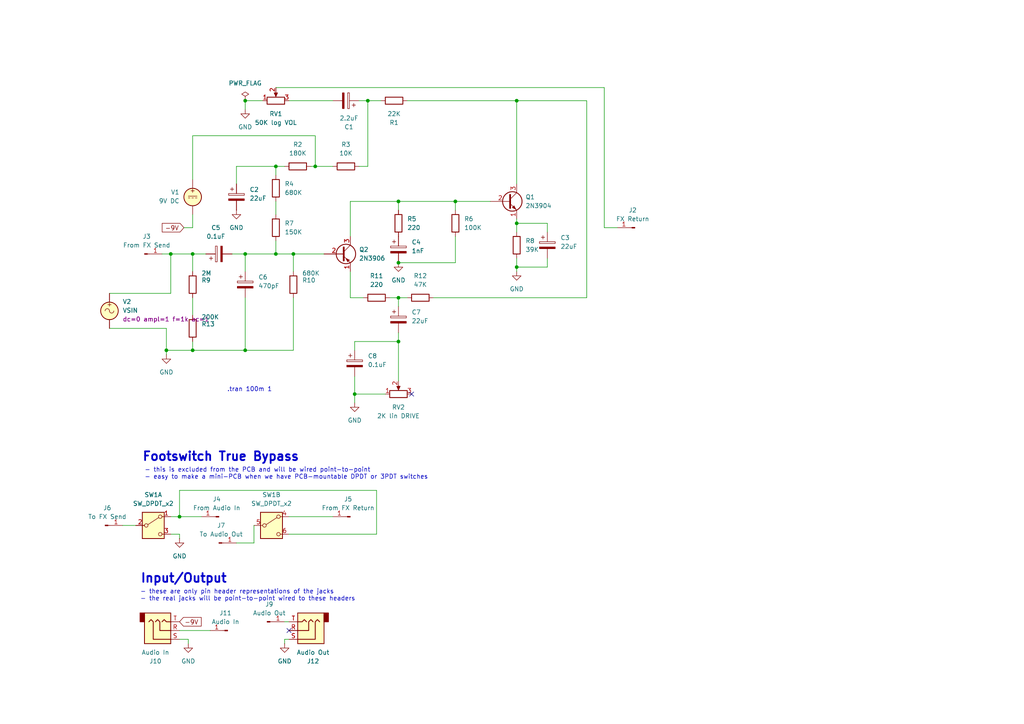
<source format=kicad_sch>
(kicad_sch (version 20231120) (generator "eeschema") (generator_version "8.0")
  (paper "A4")
  (lib_symbols
    (symbol "Connector:Conn_01x01_Pin" (pin_names (offset 1.016) hide)
      (property "Reference" "J" (at 0 2.54 0))
      (property "Value" "Conn_01x01_Pin" (at 0 -2.54 0))
      (symbol "Conn_01x01_Pin_1_1"
        (polyline (pts (xy 1.27 0) (xy 0.8636 0)) (stroke (width 0.1524)))
        (rectangle (start 0.8636 0.127) (end 0 -0.127) (stroke (width 0.1524)) (fill (type outline)))
        (pin passive line (at 5.08 0 180) (length 3.81) (name "Pin_1") (number "1"))
      )
    )
    (symbol "Connector_Audio:AudioJack3"
      (property "Reference" "J" (at 0 8.89 0))
      (property "Value" "AudioJack3" (at 0 6.35 0))
      (symbol "AudioJack3_0_1"
        (rectangle (start -5.08 -5.08) (end -6.35 -2.54) (stroke (width 0.254)) (fill (type outline)))
        (polyline (pts (xy 0 -2.54) (xy 0.635 -3.175) (xy 1.27 -2.54) (xy 2.54 -2.54)) (stroke (width 0.254)))
        (polyline (pts (xy -1.905 -2.54) (xy -1.27 -3.175) (xy -0.635 -2.54) (xy -0.635 0) (xy 2.54 0)) (stroke (width 0.254)))
        (polyline (pts (xy 2.54 2.54) (xy -2.54 2.54) (xy -2.54 -2.54) (xy -3.175 -3.175) (xy -3.81 -2.54)) (stroke (width 0.254)))
        (rectangle (start 2.54 3.81) (end -5.08 -5.08) (stroke (width 0.254)) (fill (type background)))
      )
      (symbol "AudioJack3_1_1"
        (pin passive line (at 5.08 0 180) (length 2.54) (name "~") (number "R"))
        (pin passive line (at 5.08 2.54 180) (length 2.54) (name "~") (number "S"))
        (pin passive line (at 5.08 -2.54 180) (length 2.54) (name "~") (number "T"))
      )
    )
    (symbol "Device:C_Polarized" (pin_numbers hide) (pin_names (offset 0.254))
      (property "Reference" "C" (at 0.635 2.54 0))
      (property "Value" "C_Polarized" (at 0.635 -2.54 0))
      (symbol "C_Polarized_0_1"
        (rectangle (start -2.286 0.508) (end 2.286 1.016))
        (polyline (pts (xy -1.778 2.286) (xy -0.762 2.286)))
        (polyline (pts (xy -1.27 2.794) (xy -1.27 1.778)))
        (rectangle (start 2.286 -0.508) (end -2.286 -1.016) (fill (type outline)))
      )
      (symbol "C_Polarized_1_1"
        (pin passive line (at 0 3.81 270) (length 2.794) (name "~") (number "1"))
        (pin passive line (at 0 -3.81 90) (length 2.794) (name "~") (number "2"))
      )
    )
    (symbol "Device:R" (pin_numbers hide) (pin_names (offset 0))
      (property "Reference" "R" (at 2.032 0 90))
      (property "Value" "R" (at 0 0 90))
      (symbol "R_0_1"
        (rectangle (start -1.016 -2.54) (end 1.016 2.54) (stroke (width 0.254)))
      )
      (symbol "R_1_1"
        (pin passive line (at 0 3.81 270) (length 1.27) (name "~") (number "1"))
        (pin passive line (at 0 -3.81 90) (length 1.27) (name "~") (number "2"))
      )
    )
    (symbol "Device:R_Potentiometer" (pin_names (offset 1.016) hide)
      (property "Reference" "RV" (at -4.445 0 90))
      (property "Value" "R_Potentiometer" (at -2.54 0 90))
      (symbol "R_Potentiometer_0_1"
        (polyline (pts (xy 2.54 0) (xy 1.524 0)))
        (polyline (pts (xy 1.143 0) (xy 2.286 0.508) (xy 2.286 -0.508) (xy 1.143 0)) (fill (type outline)))
        (rectangle (start 1.016 2.54) (end -1.016 -2.54) (stroke (width 0.254)))
      )
      (symbol "R_Potentiometer_1_1"
        (pin passive line (at 0 3.81 270) (length 1.27) (name "1") (number "1"))
        (pin passive line (at 3.81 0 180) (length 1.27) (name "2") (number "2"))
        (pin passive line (at 0 -3.81 90) (length 1.27) (name "3") (number "3"))
      )
    )
    (symbol "Simulation_SPICE:VDC" (pin_numbers hide) (pin_names (offset 0.0254))
      (property "Reference" "V" (at 2.54 2.54 0))
      (property "Value" "1" (at 2.54 0 0))
      (symbol "VDC_0_0"
        (polyline (pts (xy -1.27 0.254) (xy 1.27 0.254)))
        (polyline (pts (xy -0.762 -0.254) (xy -1.27 -0.254)))
        (polyline (pts (xy 0.254 -0.254) (xy -0.254 -0.254)))
        (polyline (pts (xy 1.27 -0.254) (xy 0.762 -0.254)))
        (text "+" (at 0 1.905 0) (effects (font (size 1.27 1.27))))
      )
      (symbol "VDC_0_1"
        (circle (center 0 0) (radius 2.54) (stroke (width 0.254)) (fill (type background)))
      )
      (symbol "VDC_1_1"
        (pin passive line (at 0 5.08 270) (length 2.54) (name "~") (number "1"))
        (pin passive line (at 0 -5.08 90) (length 2.54) (name "~") (number "2"))
      )
    )
    (symbol "Simulation_SPICE:VSIN" (pin_numbers hide) (pin_names (offset 0.0254))
      (property "Reference" "V" (at 2.54 2.54 0))
      (property "Value" "VSIN" (at 2.54 0 0))
      (property "Sim.Params" "dc=0 ampl=1 f=1k ac=1" (at 2.54 -2.54 0))
      (symbol "VSIN_0_0"
        (arc (start 0 0) (mid -0.635 0.6323) (end -1.27 0))
        (arc (start 0 0) (mid 0.635 -0.6323) (end 1.27 0))
        (text "+" (at 0 1.905 0) (effects (font (size 1.27 1.27))))
      )
      (symbol "VSIN_0_1"
        (circle (center 0 0) (radius 2.54) (stroke (width 0.254)) (fill (type background)))
      )
      (symbol "VSIN_1_1"
        (pin passive line (at 0 5.08 270) (length 2.54) (name "~") (number "1"))
        (pin passive line (at 0 -5.08 90) (length 2.54) (name "~") (number "2"))
      )
    )
    (symbol "Switch:SW_DPDT_x2" (pin_names (offset 0) hide)
      (property "Reference" "SW" (at 0 5.08 0))
      (property "Value" "SW_DPDT_x2" (at 0 -5.08 0))
      (symbol "SW_DPDT_x2_0_0"
        (circle (center -2.032 0) (radius 0.508))
        (circle (center 2.032 -2.54) (radius 0.508))
      )
      (symbol "SW_DPDT_x2_0_1"
        (rectangle (start -3.175 3.81) (end 3.175 -3.81) (stroke (width 0.254)) (fill (type background)))
        (polyline (pts (xy -1.524 0.254) (xy 1.5748 2.286)))
        (circle (center 2.032 2.54) (radius 0.508))
      )
      (symbol "SW_DPDT_x2_1_1"
        (pin passive line (at 5.08 2.54 180) (length 2.54) (name "A") (number "1"))
        (pin passive line (at -5.08 0 0) (length 2.54) (name "B") (number "2"))
        (pin passive line (at 5.08 -2.54 180) (length 2.54) (name "C") (number "3"))
      )
      (symbol "SW_DPDT_x2_2_1"
        (pin passive line (at 5.08 2.54 180) (length 2.54) (name "A") (number "4"))
        (pin passive line (at -5.08 0 0) (length 2.54) (name "B") (number "5"))
        (pin passive line (at 5.08 -2.54 180) (length 2.54) (name "C") (number "6"))
      )
    )
    (symbol "Transistor_BJT:2N3904" (pin_names (offset 0) hide)
      (property "Reference" "Q" (at 5.08 1.905 0))
      (property "Value" "2N3904" (at 5.08 0 0))
      (symbol "2N3904_0_1"
        (polyline (pts (xy 0.635 0.635) (xy 2.54 2.54)))
        (polyline (pts (xy 0.635 -0.635) (xy 2.54 -2.54) (xy 2.54 -2.54)))
        (polyline (pts (xy 0.635 1.905) (xy 0.635 -1.905) (xy 0.635 -1.905)) (stroke (width 0.508)))
        (polyline (pts (xy 1.27 -1.778) (xy 1.778 -1.27) (xy 2.286 -2.286) (xy 1.27 -1.778) (xy 1.27 -1.778)) (fill (type outline)))
        (circle (center 1.27 0) (radius 2.8194) (stroke (width 0.254)))
      )
      (symbol "2N3904_1_1"
        (pin passive line (at 2.54 -5.08 90) (length 2.54) (name "E") (number "1"))
        (pin passive line (at -5.08 0 0) (length 5.715) (name "B") (number "2"))
        (pin passive line (at 2.54 5.08 270) (length 2.54) (name "C") (number "3"))
      )
    )
    (symbol "Transistor_BJT:2N3906" (pin_names (offset 0) hide)
      (property "Reference" "Q" (at 5.08 1.905 0))
      (property "Value" "2N3906" (at 5.08 0 0))
      (symbol "2N3906_0_1"
        (polyline (pts (xy 0.635 0.635) (xy 2.54 2.54)))
        (polyline (pts (xy 0.635 -0.635) (xy 2.54 -2.54) (xy 2.54 -2.54)))
        (polyline (pts (xy 0.635 1.905) (xy 0.635 -1.905) (xy 0.635 -1.905)) (stroke (width 0.508)))
        (polyline (pts (xy 2.286 -1.778) (xy 1.778 -2.286) (xy 1.27 -1.27) (xy 2.286 -1.778) (xy 2.286 -1.778)) (fill (type outline)))
        (circle (center 1.27 0) (radius 2.8194) (stroke (width 0.254)))
      )
      (symbol "2N3906_1_1"
        (pin passive line (at 2.54 -5.08 90) (length 2.54) (name "E") (number "1"))
        (pin input line (at -5.08 0 0) (length 5.715) (name "B") (number "2"))
        (pin passive line (at 2.54 5.08 270) (length 2.54) (name "C") (number "3"))
      )
    )
    (symbol "power:GND" (power) (pin_numbers hide) (pin_names (offset 0) hide)
      (property "Value" "GND" (at 0 -3.81 0))
      (symbol "GND_0_1"
        (polyline (pts (xy 0 0) (xy 0 -1.27) (xy 1.27 -1.27) (xy 0 -2.54) (xy -1.27 -1.27) (xy 0 -1.27)))
      )
      (symbol "GND_1_1"
        (pin power_in line (at 0 0 270) (length 0) (name "~") (number "1"))
      )
    )
    (symbol "power:PWR_FLAG" (power) (pin_numbers hide) (pin_names (offset 0) hide)
      (property "Value" "PWR_FLAG" (at 0 3.81 0))
      (symbol "PWR_FLAG_0_0"
        (pin power_out line (at 0 0 90) (length 0) (name "~") (number "1"))
      )
      (symbol "PWR_FLAG_0_1"
        (polyline (pts (xy 0 0) (xy 0 1.27) (xy -1.016 1.905) (xy 0 2.54) (xy 1.016 1.905) (xy 0 1.27)))
      )
    )
  )
  (junction (at 71.12 73.66))
  (junction (at 80.01 48.26))
  (junction (at 91.44 48.26))
  (junction (at 55.88 73.66))
  (junction (at 85.09 73.66))
  (junction (at 115.57 86.36))
  (junction (at 48.26 101.6))
  (junction (at 102.87 114.3))
  (junction (at 115.57 99.06))
  (junction (at 115.57 58.42))
  (junction (at 149.86 64.77))
  (junction (at 106.68 29.21))
  (junction (at 149.86 29.21))
  (junction (at 71.12 101.6))
  (junction (at 52.07 149.86))
  (junction (at 132.08 58.42))
  (junction (at 149.86 77.47))
  (junction (at 55.88 101.6))
  (junction (at 71.12 29.21))
  (junction (at 80.01 73.66))
  (junction (at 49.53 73.66))
  (junction (at 115.57 76.2))
  (no_connect (at 83.82 182.88))
  (no_connect (at 119.38 114.3))
  (wire (pts (xy 55.88 39.37) (xy 91.44 39.37)))
  (wire (pts (xy 125.73 86.36) (xy 170.18 86.36)))
  (wire (pts (xy 101.6 58.42) (xy 115.57 58.42)))
  (wire (pts (xy 102.87 99.06) (xy 102.87 101.6)))
  (wire (pts (xy 52.07 154.94) (xy 52.07 156.21)))
  (wire (pts (xy 82.55 185.42) (xy 82.55 186.69)))
  (wire (pts (xy 49.53 85.09) (xy 31.75 85.09)))
  (wire (pts (xy 83.82 29.21) (xy 96.52 29.21)))
  (wire (pts (xy 71.12 29.21) (xy 76.2 29.21)))
  (wire (pts (xy 71.12 73.66) (xy 71.12 78.74)))
  (wire (pts (xy 115.57 58.42) (xy 115.57 60.96)))
  (wire (pts (xy 31.75 95.25) (xy 48.26 95.25)))
  (wire (pts (xy 102.87 114.3) (xy 111.76 114.3)))
  (wire (pts (xy 149.86 64.77) (xy 149.86 67.31)))
  (wire (pts (xy 158.75 77.47) (xy 149.86 77.47)))
  (wire (pts (xy 132.08 68.58) (xy 132.08 76.2)))
  (wire (pts (xy 101.6 68.58) (xy 101.6 58.42)))
  (wire (pts (xy 55.88 62.23) (xy 55.88 66.04)))
  (wire (pts (xy 149.86 74.93) (xy 149.86 77.47)))
  (wire (pts (xy 73.66 157.48) (xy 73.66 152.4)))
  (wire (pts (xy 49.53 149.86) (xy 52.07 149.86)))
  (wire (pts (xy 149.86 64.77) (xy 158.75 64.77)))
  (wire (pts (xy 115.57 99.06) (xy 102.87 99.06)))
  (wire (pts (xy 52.07 149.86) (xy 52.07 142.24)))
  (wire (pts (xy 115.57 96.52) (xy 115.57 99.06)))
  (wire (pts (xy 80.01 58.42) (xy 80.01 62.23)))
  (wire (pts (xy 149.86 53.34) (xy 149.86 29.21)))
  (wire (pts (xy 54.61 185.42) (xy 54.61 186.69)))
  (wire (pts (xy 80.01 48.26) (xy 68.58 48.26)))
  (wire (pts (xy 55.88 86.36) (xy 55.88 91.44)))
  (wire (pts (xy 67.31 73.66) (xy 71.12 73.66)))
  (wire (pts (xy 101.6 86.36) (xy 105.41 86.36)))
  (wire (pts (xy 80.01 73.66) (xy 85.09 73.66)))
  (wire (pts (xy 83.82 149.86) (xy 96.52 149.86)))
  (wire (pts (xy 48.26 101.6) (xy 48.26 102.87)))
  (wire (pts (xy 49.53 73.66) (xy 49.53 85.09)))
  (wire (pts (xy 104.14 29.21) (xy 106.68 29.21)))
  (wire (pts (xy 55.88 52.07) (xy 55.88 39.37)))
  (wire (pts (xy 115.57 58.42) (xy 132.08 58.42)))
  (wire (pts (xy 106.68 48.26) (xy 104.14 48.26)))
  (wire (pts (xy 48.26 101.6) (xy 55.88 101.6)))
  (wire (pts (xy 158.75 74.93) (xy 158.75 77.47)))
  (wire (pts (xy 170.18 29.21) (xy 149.86 29.21)))
  (wire (pts (xy 106.68 29.21) (xy 110.49 29.21)))
  (wire (pts (xy 113.03 86.36) (xy 115.57 86.36)))
  (wire (pts (xy 48.26 95.25) (xy 48.26 101.6)))
  (wire (pts (xy 55.88 101.6) (xy 71.12 101.6)))
  (wire (pts (xy 55.88 73.66) (xy 59.69 73.66)))
  (wire (pts (xy 80.01 25.4) (xy 175.26 25.4)))
  (wire (pts (xy 90.17 48.26) (xy 91.44 48.26)))
  (wire (pts (xy 132.08 58.42) (xy 132.08 60.96)))
  (wire (pts (xy 106.68 29.21) (xy 106.68 48.26)))
  (wire (pts (xy 149.86 29.21) (xy 118.11 29.21)))
  (wire (pts (xy 55.88 99.06) (xy 55.88 101.6)))
  (wire (pts (xy 109.22 154.94) (xy 83.82 154.94)))
  (wire (pts (xy 115.57 86.36) (xy 115.57 88.9)))
  (wire (pts (xy 85.09 73.66) (xy 85.09 78.74)))
  (wire (pts (xy 85.09 101.6) (xy 71.12 101.6)))
  (wire (pts (xy 175.26 66.04) (xy 179.07 66.04)))
  (wire (pts (xy 158.75 64.77) (xy 158.75 67.31)))
  (wire (pts (xy 115.57 86.36) (xy 118.11 86.36)))
  (wire (pts (xy 68.58 157.48) (xy 73.66 157.48)))
  (wire (pts (xy 71.12 31.75) (xy 71.12 29.21)))
  (wire (pts (xy 80.01 48.26) (xy 80.01 50.8)))
  (wire (pts (xy 35.56 152.4) (xy 39.37 152.4)))
  (wire (pts (xy 55.88 66.04) (xy 53.34 66.04)))
  (wire (pts (xy 91.44 39.37) (xy 91.44 48.26)))
  (wire (pts (xy 71.12 73.66) (xy 80.01 73.66)))
  (wire (pts (xy 85.09 86.36) (xy 85.09 101.6)))
  (wire (pts (xy 102.87 109.22) (xy 102.87 114.3)))
  (wire (pts (xy 68.58 48.26) (xy 68.58 53.34)))
  (wire (pts (xy 52.07 149.86) (xy 58.42 149.86)))
  (wire (pts (xy 82.55 180.34) (xy 83.82 180.34)))
  (wire (pts (xy 82.55 48.26) (xy 80.01 48.26)))
  (wire (pts (xy 49.53 73.66) (xy 55.88 73.66)))
  (wire (pts (xy 49.53 154.94) (xy 52.07 154.94)))
  (wire (pts (xy 149.86 63.5) (xy 149.86 64.77)))
  (wire (pts (xy 83.82 185.42) (xy 82.55 185.42)))
  (wire (pts (xy 52.07 182.88) (xy 60.96 182.88)))
  (wire (pts (xy 149.86 77.47) (xy 149.86 78.74)))
  (wire (pts (xy 71.12 86.36) (xy 71.12 101.6)))
  (wire (pts (xy 55.88 73.66) (xy 55.88 78.74)))
  (wire (pts (xy 132.08 76.2) (xy 115.57 76.2)))
  (wire (pts (xy 132.08 58.42) (xy 142.24 58.42)))
  (wire (pts (xy 109.22 142.24) (xy 109.22 154.94)))
  (wire (pts (xy 115.57 99.06) (xy 115.57 110.49)))
  (wire (pts (xy 91.44 48.26) (xy 96.52 48.26)))
  (wire (pts (xy 80.01 69.85) (xy 80.01 73.66)))
  (wire (pts (xy 101.6 78.74) (xy 101.6 86.36)))
  (wire (pts (xy 85.09 73.66) (xy 93.98 73.66)))
  (wire (pts (xy 102.87 114.3) (xy 102.87 116.84)))
  (wire (pts (xy 175.26 25.4) (xy 175.26 66.04)))
  (wire (pts (xy 170.18 86.36) (xy 170.18 29.21)))
  (wire (pts (xy 46.99 73.66) (xy 49.53 73.66)))
  (wire (pts (xy 109.22 142.24) (xy 52.07 142.24)))
  (wire (pts (xy 52.07 185.42) (xy 54.61 185.42)))
  (text "Footswitch True Bypass" (at 41.148 131.064 0) (effects (font (size 2.54 2.54) (thickness 0.508) (bold yes)) (justify left top)))
  (text ".tran 100m 1" (at 72.39 113.03 0) (effects (font (size 1.27 1.27))))
  (text "- these are only pin header representations of the jacks\n- the real jacks will be point-to-point wired to these headers" (at 40.64 170.942 0) (effects (font (size 1.27 1.27)) (justify left top)))
  (text "- this is excluded from the PCB and will be wired point-to-point\n- easy to make a mini-PCB when we have PCB-mountable DPDT or 3PDT switches" (at 41.91 135.636 0) (effects (font (size 1.27 1.27)) (justify left top)))
  (text "Input/Output" (at 40.64 166.37 0) (effects (font (size 2.54 2.54) (thickness 0.508) (bold yes)) (justify left top)))
  (global_label "-9V" (shape input) (at 53.34 66.04 180) (property "Intersheetrefs" "${INTERSHEET_REFS}" (effects (hide yes))))
  (global_label "-9V" (shape input) (at 52.07 180.34 0) (property "Intersheetrefs" "${INTERSHEET_REFS}" (effects (hide yes))))
  (symbol (lib_id "Device:R") (at 86.36 48.26 90) (unit 1)
    (property "Reference" "R2" (at 86.36 41.91 90))
    (property "Value" "180K" (at 86.36 44.45 90))
    (property "Footprint" "Resistor_THT:R_Axial_DIN0207_L6.3mm_D2.5mm_P7.62mm_Horizontal" (effects (hide yes)))
    (property "Description" "Resistor" (effects (hide yes)))
  )
  (symbol (lib_id "power:GND") (at 71.12 31.75 0) (unit 1)
    (property "Reference" "#PWR01" (effects (hide yes)))
    (property "Value" "GND" (at 71.12 36.83 0))
    (property "Description" "Power symbol creates a global label with name \"GND\" , ground" (effects (hide yes)))
  )
  (symbol (lib_id "power:GND") (at 102.87 116.84 0) (unit 1)
    (property "Reference" "#PWR06" (effects (hide yes)))
    (property "Value" "GND" (at 102.87 121.92 0))
    (property "Description" "Power symbol creates a global label with name \"GND\" , ground" (effects (hide yes)))
  )
  (symbol (lib_id "Connector_Audio:AudioJack3") (at 88.9 182.88 180) (unit 1) (exclude_from_sim yes)
    (property "Reference" "J12" (at 90.805 191.77 0))
    (property "Value" "Audio Out" (at 90.805 189.23 0))
    (property "Footprint" "Library:PinHeader_1x02_P2.54mm_Vertical_TS" (effects (hide yes)))
    (property "Description" "Audio Jack, 3 Poles (Stereo / TRS)" (effects (hide yes)))
  )
  (symbol (lib_id "Connector:Conn_01x01_Pin") (at 66.04 182.88 0) (mirror y) (unit 1) (on_board no)
    (property "Reference" "J11" (at 65.405 177.8 0))
    (property "Value" "Audio In" (at 65.405 180.34 0))
    (property "Footprint" "Connector_PinHeader_2.54mm:PinHeader_1x01_P2.54mm_Vertical" (effects (hide yes)))
    (property "Description" "Generic connector, single row, 01x01, script generated" (effects (hide yes)))
  )
  (symbol (lib_id "Switch:SW_DPDT_x2") (at 44.45 152.4 0) (unit 1) (on_board no)
    (property "Reference" "SW1" (at 44.45 143.51 0))
    (property "Value" "SW_DPDT_x2" (at 44.45 146.05 0))
    (property "Footprint" "Connector_PinHeader_2.54mm:PinHeader_2x03_P2.54mm_Vertical" (effects (hide yes)))
    (property "Description" "Switch, dual pole double throw, separate symbols" (effects (hide yes)))
  )
  (symbol (lib_id "Connector:Conn_01x01_Pin") (at 30.48 152.4 0) (unit 1) (on_board no)
    (property "Reference" "J6" (at 31.115 147.32 0))
    (property "Value" "To FX Send" (at 31.115 149.86 0))
    (property "Footprint" "Connector_PinHeader_2.54mm:PinHeader_1x01_P2.54mm_Vertical" (effects (hide yes)))
    (property "Description" "Generic connector, single row, 01x01, script generated" (effects (hide yes)))
  )
  (symbol (lib_id "power:GND") (at 68.58 60.96 0) (unit 1)
    (property "Reference" "#PWR02" (effects (hide yes)))
    (property "Value" "GND" (at 68.58 66.04 0))
    (property "Description" "Power symbol creates a global label with name \"GND\" , ground" (effects (hide yes)))
  )
  (symbol (lib_id "Device:R_Potentiometer") (at 115.57 114.3 90) (unit 1)
    (property "Reference" "RV2" (at 115.57 118.11 90))
    (property "Value" "2K lin DRIVE" (at 115.57 120.65 90))
    (property "Footprint" "Connector_PinHeader_2.54mm:PinHeader_1x02_P2.54mm_Vertical" (effects (hide yes)))
    (property "Description" "Potentiometer" (effects (hide yes)))
    (property "Sim.Library" "R2K.lib" (effects (hide yes)))
    (property "Sim.Name" "PMTR2K" (effects (hide yes)))
    (property "Sim.Device" "SUBCKT" (effects (hide yes)))
    (property "Sim.Pins" "1=1 2=2 3=3" (effects (hide yes)))
  )
  (symbol (lib_id "power:GND") (at 54.61 186.69 0) (unit 1)
    (property "Reference" "#PWR08" (effects (hide yes)))
    (property "Value" "GND" (at 54.61 191.77 0))
    (property "Description" "Power symbol creates a global label with name \"GND\" , ground" (effects (hide yes)))
  )
  (symbol (lib_id "Simulation_SPICE:VSIN") (at 31.75 90.17 0) (unit 1) (on_board no)
    (property "Reference" "V2" (at 35.56 87.5001 0) (effects (justify left)))
    (property "Value" "VSIN" (at 35.56 90.0401 0) (effects (justify left)))
    (property "Datasheet" "https://ngspice.sourceforge.io/docs/ngspice-html-manual/manual.xhtml#sec_Independent_Sources_for" (effects (hide yes)))
    (property "Description" "Voltage source, sinusoidal" (effects (hide yes)))
    (property "Sim.Pins" "1=+ 2=-" (effects (hide yes)))
    (property "Sim.Params" "dc=0 ampl=1 f=1k ac=1" (at 35.56 92.5801 0) (effects (justify left)))
    (property "Sim.Type" "SIN" (effects (hide yes)))
    (property "Sim.Device" "V" (effects (hide yes)))
  )
  (symbol (lib_id "Device:C_Polarized") (at 100.33 29.21 270) (mirror x) (unit 1)
    (property "Reference" "C1" (at 101.219 36.83 90))
    (property "Value" "2.2uF" (at 101.219 34.29 90))
    (property "Footprint" "Capacitor_THT:CP_Radial_D5.0mm_P2.50mm" (effects (hide yes)))
    (property "Description" "Polarized capacitor" (effects (hide yes)))
  )
  (symbol (lib_id "Device:C_Polarized") (at 115.57 92.71 0) (unit 1)
    (property "Reference" "C7" (at 119.38 90.5509 0) (effects (justify left)))
    (property "Value" "22uF" (at 119.38 93.0909 0) (effects (justify left)))
    (property "Footprint" "Capacitor_THT:CP_Radial_D5.0mm_P2.50mm" (effects (hide yes)))
    (property "Description" "Polarized capacitor" (effects (hide yes)))
  )
  (symbol (lib_id "Device:C_Polarized") (at 71.12 82.55 0) (unit 1)
    (property "Reference" "C6" (at 74.93 80.3909 0) (effects (justify left)))
    (property "Value" "470pF" (at 74.93 82.9309 0) (effects (justify left)))
    (property "Footprint" "Capacitor_THT:C_Axial_L5.1mm_D3.1mm_P7.50mm_Horizontal" (effects (hide yes)))
    (property "Description" "Polarized capacitor" (effects (hide yes)))
  )
  (symbol (lib_id "power:GND") (at 82.55 186.69 0) (unit 1)
    (property "Reference" "#PWR09" (effects (hide yes)))
    (property "Value" "GND" (at 82.55 191.77 0))
    (property "Description" "Power symbol creates a global label with name \"GND\" , ground" (effects (hide yes)))
  )
  (symbol (lib_id "Device:R") (at 55.88 95.25 180) (unit 1)
    (property "Reference" "R13" (at 58.42 93.9799 0) (effects (justify right)))
    (property "Value" "200K" (at 58.42 91.948 0) (effects (justify right)))
    (property "Footprint" "Resistor_THT:R_Axial_DIN0207_L6.3mm_D2.5mm_P7.62mm_Horizontal" (effects (hide yes)))
    (property "Description" "Resistor" (effects (hide yes)))
  )
  (symbol (lib_id "Switch:SW_DPDT_x2") (at 78.74 152.4 0) (unit 2) (on_board no)
    (property "Reference" "SW1" (at 78.74 143.51 0))
    (property "Value" "SW_DPDT_x2" (at 78.74 146.05 0))
    (property "Footprint" "Connector_PinHeader_2.54mm:PinHeader_2x03_P2.54mm_Vertical" (effects (hide yes)))
    (property "Description" "Switch, dual pole double throw, separate symbols" (effects (hide yes)))
  )
  (symbol (lib_id "Connector:Conn_01x01_Pin") (at 101.6 149.86 0) (mirror y) (unit 1) (on_board no)
    (property "Reference" "J5" (at 100.965 144.78 0))
    (property "Value" "From FX Return" (at 100.965 147.32 0))
    (property "Footprint" "Connector_PinHeader_2.54mm:PinHeader_1x01_P2.54mm_Vertical" (effects (hide yes)))
    (property "Description" "Generic connector, single row, 01x01, script generated" (effects (hide yes)))
  )
  (symbol (lib_id "Device:R") (at 149.86 71.12 180) (unit 1)
    (property "Reference" "R8" (at 152.4 69.8499 0) (effects (justify right)))
    (property "Value" "39K" (at 152.4 72.3899 0) (effects (justify right)))
    (property "Footprint" "Resistor_THT:R_Axial_DIN0207_L6.3mm_D2.5mm_P7.62mm_Horizontal" (effects (hide yes)))
    (property "Description" "Resistor" (effects (hide yes)))
  )
  (symbol (lib_id "Device:C_Polarized") (at 158.75 71.12 0) (unit 1)
    (property "Reference" "C3" (at 162.56 68.9609 0) (effects (justify left)))
    (property "Value" "22uF" (at 162.56 71.5009 0) (effects (justify left)))
    (property "Footprint" "Capacitor_THT:CP_Radial_D5.0mm_P2.50mm" (effects (hide yes)))
    (property "Description" "Polarized capacitor" (effects (hide yes)))
  )
  (symbol (lib_id "power:GND") (at 52.07 156.21 0) (unit 1)
    (property "Reference" "#PWR07" (effects (hide yes)))
    (property "Value" "GND" (at 52.07 161.29 0))
    (property "Description" "Power symbol creates a global label with name \"GND\" , ground" (effects (hide yes)))
  )
  (symbol (lib_id "Device:R") (at 80.01 54.61 180) (unit 1)
    (property "Reference" "R4" (at 82.55 53.3399 0) (effects (justify right)))
    (property "Value" "680K" (at 82.55 55.8799 0) (effects (justify right)))
    (property "Footprint" "Resistor_THT:R_Axial_DIN0207_L6.3mm_D2.5mm_P7.62mm_Horizontal" (effects (hide yes)))
    (property "Description" "Resistor" (effects (hide yes)))
  )
  (symbol (lib_id "Device:C_Polarized") (at 68.58 57.15 0) (unit 1)
    (property "Reference" "C2" (at 72.39 54.9909 0) (effects (justify left)))
    (property "Value" "22uF" (at 72.39 57.5309 0) (effects (justify left)))
    (property "Footprint" "Capacitor_THT:CP_Radial_D5.0mm_P2.50mm" (effects (hide yes)))
    (property "Description" "Polarized capacitor" (effects (hide yes)))
  )
  (symbol (lib_id "Connector_Audio:AudioJack3") (at 46.99 182.88 0) (mirror x) (unit 1) (exclude_from_sim yes)
    (property "Reference" "J10" (at 45.085 191.77 0))
    (property "Value" "Audio In" (at 45.085 189.23 0))
    (property "Footprint" "Library:PinHeader_1x03_P2.54mm_Vertical_TRS" (effects (hide yes)))
    (property "Description" "Audio Jack, 3 Poles (Stereo / TRS)" (effects (hide yes)))
  )
  (symbol (lib_id "power:PWR_FLAG") (at 71.12 29.21 0) (unit 1)
    (property "Reference" "#FLG01" (effects (hide yes)))
    (property "Value" "PWR_FLAG" (at 71.12 24.13 0))
    (property "Description" "Special symbol for telling ERC where power comes from" (effects (hide yes)))
  )
  (symbol (lib_id "Device:R") (at 114.3 29.21 90) (mirror x) (unit 1)
    (property "Reference" "R1" (at 114.3 35.56 90))
    (property "Value" "22K" (at 114.3 33.02 90))
    (property "Footprint" "Resistor_THT:R_Axial_DIN0207_L6.3mm_D2.5mm_P7.62mm_Horizontal" (effects (hide yes)))
    (property "Description" "Resistor" (effects (hide yes)))
  )
  (symbol (lib_id "Connector:Conn_01x01_Pin") (at 184.15 66.04 0) (mirror y) (unit 1)
    (property "Reference" "J2" (at 183.515 60.96 0))
    (property "Value" "FX Return" (at 183.515 63.5 0))
    (property "Footprint" "Connector_PinHeader_2.54mm:PinHeader_1x01_P2.54mm_Vertical" (effects (hide yes)))
    (property "Description" "Generic connector, single row, 01x01, script generated" (effects (hide yes)))
  )
  (symbol (lib_id "Transistor_BJT:2N3906") (at 99.06 73.66 0) (unit 1)
    (property "Reference" "Q2" (at 104.14 72.3899 0) (effects (justify left)))
    (property "Value" "2N3906" (at 104.14 74.9299 0) (effects (justify left)))
    (property "Footprint" "Package_TO_SOT_THT:TO-92_Inline_Wide" (effects (hide yes)))
    (property "Datasheet" "https://www.onsemi.com/pub/Collateral/2N3906-D.PDF" (effects (hide yes)))
    (property "Description" "-0.2A Ic, -40V Vce, Small Signal PNP Transistor, TO-92" (effects (hide yes)))
    (property "Sim.Device" "PNP" (effects (hide yes)))
    (property "Sim.Type" "GUMMELPOON" (effects (hide yes)))
    (property "Sim.Pins" "1=C 2=B 3=E" (effects (hide yes)))
  )
  (symbol (lib_id "Device:R") (at 100.33 48.26 90) (unit 1)
    (property "Reference" "R3" (at 100.33 41.91 90))
    (property "Value" "10K" (at 100.33 44.45 90))
    (property "Footprint" "Resistor_THT:R_Axial_DIN0207_L6.3mm_D2.5mm_P7.62mm_Horizontal" (effects (hide yes)))
    (property "Description" "Resistor" (effects (hide yes)))
  )
  (symbol (lib_id "Device:C_Polarized") (at 63.5 73.66 90) (unit 1)
    (property "Reference" "C5" (at 62.611 66.04 90))
    (property "Value" "0.1uF" (at 62.611 68.58 90))
    (property "Footprint" "Capacitor_THT:C_Axial_L5.1mm_D3.1mm_P7.50mm_Horizontal" (effects (hide yes)))
    (property "Description" "Polarized capacitor" (effects (hide yes)))
  )
  (symbol (lib_id "Connector:Conn_01x01_Pin") (at 77.47 180.34 0) (unit 1) (on_board no)
    (property "Reference" "J9" (at 78.105 175.26 0))
    (property "Value" "Audio Out" (at 78.105 177.8 0))
    (property "Footprint" "Connector_PinHeader_2.54mm:PinHeader_1x01_P2.54mm_Vertical" (effects (hide yes)))
    (property "Description" "Generic connector, single row, 01x01, script generated" (effects (hide yes)))
  )
  (symbol (lib_id "Device:R") (at 132.08 64.77 180) (unit 1)
    (property "Reference" "R6" (at 134.62 63.4999 0) (effects (justify right)))
    (property "Value" "100K" (at 134.62 66.0399 0) (effects (justify right)))
    (property "Footprint" "Resistor_THT:R_Axial_DIN0207_L6.3mm_D2.5mm_P7.62mm_Horizontal" (effects (hide yes)))
    (property "Description" "Resistor" (effects (hide yes)))
  )
  (symbol (lib_id "power:GND") (at 149.86 78.74 0) (unit 1)
    (property "Reference" "#PWR04" (effects (hide yes)))
    (property "Value" "GND" (at 149.86 83.82 0))
    (property "Description" "Power symbol creates a global label with name \"GND\" , ground" (effects (hide yes)))
  )
  (symbol (lib_id "Connector:Conn_01x01_Pin") (at 63.5 157.48 0) (unit 1) (on_board no)
    (property "Reference" "J7" (at 64.135 152.4 0))
    (property "Value" "To Audio Out" (at 64.135 154.94 0))
    (property "Footprint" "Connector_PinHeader_2.54mm:PinHeader_1x01_P2.54mm_Vertical" (effects (hide yes)))
    (property "Description" "Generic connector, single row, 01x01, script generated" (effects (hide yes)))
  )
  (symbol (lib_id "Device:R") (at 85.09 82.55 180) (unit 1)
    (property "Reference" "R10" (at 87.63 81.2799 0) (effects (justify right)))
    (property "Value" "680K" (at 87.63 79.248 0) (effects (justify right)))
    (property "Footprint" "Resistor_THT:R_Axial_DIN0207_L6.3mm_D2.5mm_P7.62mm_Horizontal" (effects (hide yes)))
    (property "Description" "Resistor" (effects (hide yes)))
  )
  (symbol (lib_id "power:GND") (at 48.26 102.87 0) (unit 1)
    (property "Reference" "#PWR05" (effects (hide yes)))
    (property "Value" "GND" (at 48.26 107.95 0))
    (property "Description" "Power symbol creates a global label with name \"GND\" , ground" (effects (hide yes)))
  )
  (symbol (lib_id "Connector:Conn_01x01_Pin") (at 63.5 149.86 180) (unit 1) (on_board no)
    (property "Reference" "J4" (at 62.865 144.78 0))
    (property "Value" "From Audio In" (at 62.865 147.32 0))
    (property "Footprint" "Connector_PinHeader_2.54mm:PinHeader_1x01_P2.54mm_Vertical" (effects (hide yes)))
    (property "Description" "Generic connector, single row, 01x01, script generated" (effects (hide yes)))
  )
  (symbol (lib_id "Device:R") (at 115.57 64.77 0) (unit 1)
    (property "Reference" "R5" (at 118.11 63.4999 0) (effects (justify left)))
    (property "Value" "220" (at 118.11 66.0399 0) (effects (justify left)))
    (property "Footprint" "Resistor_THT:R_Axial_DIN0207_L6.3mm_D2.5mm_P7.62mm_Horizontal" (effects (hide yes)))
    (property "Description" "Resistor" (effects (hide yes)))
  )
  (symbol (lib_id "Device:C_Polarized") (at 102.87 105.41 0) (unit 1)
    (property "Reference" "C8" (at 106.68 103.2509 0) (effects (justify left)))
    (property "Value" "0.1uF" (at 106.68 105.7909 0) (effects (justify left)))
    (property "Footprint" "Capacitor_THT:C_Axial_L5.1mm_D3.1mm_P7.50mm_Horizontal" (effects (hide yes)))
    (property "Description" "Polarized capacitor" (effects (hide yes)))
  )
  (symbol (lib_id "Connector:Conn_01x01_Pin") (at 41.91 73.66 0) (unit 1)
    (property "Reference" "J3" (at 42.545 68.58 0))
    (property "Value" "From FX Send" (at 42.545 71.12 0))
    (property "Footprint" "Connector_PinHeader_2.54mm:PinHeader_1x01_P2.54mm_Vertical" (effects (hide yes)))
    (property "Description" "Generic connector, single row, 01x01, script generated" (effects (hide yes)))
  )
  (symbol (lib_id "Device:R") (at 121.92 86.36 270) (unit 1)
    (property "Reference" "R12" (at 121.92 80.01 90))
    (property "Value" "47K" (at 121.92 82.55 90))
    (property "Footprint" "Resistor_THT:R_Axial_DIN0207_L6.3mm_D2.5mm_P7.62mm_Horizontal" (effects (hide yes)))
    (property "Description" "Resistor" (effects (hide yes)))
  )
  (symbol (lib_id "Device:R") (at 55.88 82.55 180) (unit 1)
    (property "Reference" "R9" (at 58.42 81.2799 0) (effects (justify right)))
    (property "Value" "2M" (at 58.42 79.248 0) (effects (justify right)))
    (property "Footprint" "Resistor_THT:R_Axial_DIN0207_L6.3mm_D2.5mm_P7.62mm_Horizontal" (effects (hide yes)))
    (property "Description" "Resistor" (effects (hide yes)))
  )
  (symbol (lib_id "Simulation_SPICE:VDC") (at 55.88 57.15 0) (mirror y) (unit 1)
    (property "Reference" "V1" (at 52.07 55.7501 0) (effects (justify left)))
    (property "Value" "9V DC" (at 52.07 58.2901 0) (effects (justify left)))
    (property "Footprint" "Connector_PinHeader_2.54mm:PinHeader_1x02_P2.54mm_Vertical" (effects (hide yes)))
    (property "Datasheet" "https://ngspice.sourceforge.io/docs/ngspice-html-manual/manual.xhtml#sec_Independent_Sources_for" (effects (hide yes)))
    (property "Description" "Voltage source, DC" (effects (hide yes)))
    (property "Sim.Pins" "1=+ 2=-" (effects (hide yes)))
    (property "Sim.Type" "DC" (effects (hide yes)))
    (property "Sim.Device" "V" (effects (hide yes)))
  )
  (symbol (lib_id "Device:R") (at 109.22 86.36 270) (unit 1)
    (property "Reference" "R11" (at 109.22 80.01 90))
    (property "Value" "220" (at 109.22 82.55 90))
    (property "Footprint" "Resistor_THT:R_Axial_DIN0207_L6.3mm_D2.5mm_P7.62mm_Horizontal" (effects (hide yes)))
    (property "Description" "Resistor" (effects (hide yes)))
  )
  (symbol (lib_id "power:GND") (at 115.57 76.2 0) (unit 1)
    (property "Reference" "#PWR03" (effects (hide yes)))
    (property "Value" "GND" (at 115.57 81.28 0))
    (property "Description" "Power symbol creates a global label with name \"GND\" , ground" (effects (hide yes)))
  )
  (symbol (lib_id "Device:C_Polarized") (at 115.57 72.39 0) (unit 1)
    (property "Reference" "C4" (at 119.38 70.2309 0) (effects (justify left)))
    (property "Value" "1nF" (at 119.38 72.7709 0) (effects (justify left)))
    (property "Footprint" "Capacitor_THT:C_Axial_L5.1mm_D3.1mm_P7.50mm_Horizontal" (effects (hide yes)))
    (property "Description" "Polarized capacitor" (effects (hide yes)))
  )
  (symbol (lib_id "Device:R") (at 80.01 66.04 180) (unit 1)
    (property "Reference" "R7" (at 82.55 64.7699 0) (effects (justify right)))
    (property "Value" "150K" (at 82.55 67.3099 0) (effects (justify right)))
    (property "Footprint" "Resistor_THT:R_Axial_DIN0207_L6.3mm_D2.5mm_P7.62mm_Horizontal" (effects (hide yes)))
    (property "Description" "Resistor" (effects (hide yes)))
  )
  (symbol (lib_id "Device:R_Potentiometer") (at 80.01 29.21 90) (unit 1)
    (property "Reference" "RV1" (at 80.01 33.02 90))
    (property "Value" "50K log VOL" (at 80.01 35.56 90))
    (property "Footprint" "Connector_PinHeader_2.54mm:PinHeader_1x03_P2.54mm_Vertical" (effects (hide yes)))
    (property "Description" "Potentiometer" (effects (hide yes)))
    (property "Sim.Library" "R50K.lib" (effects (hide yes)))
    (property "Sim.Name" "PMTR50K" (effects (hide yes)))
    (property "Sim.Device" "SUBCKT" (effects (hide yes)))
    (property "Sim.Pins" "1=1 2=2 3=3" (effects (hide yes)))
  )
  (symbol (lib_id "Transistor_BJT:2N3904") (at 147.32 58.42 0) (unit 1)
    (property "Reference" "Q1" (at 152.4 57.1499 0) (effects (justify left)))
    (property "Value" "2N3904" (at 152.4 59.6899 0) (effects (justify left)))
    (property "Footprint" "Package_TO_SOT_THT:TO-92_Inline_Wide" (effects (hide yes)))
    (property "Datasheet" "https://www.onsemi.com/pub/Collateral/2N3903-D.PDF" (effects (hide yes)))
    (property "Description" "0.2A Ic, 40V Vce, Small Signal NPN Transistor, TO-92" (effects (hide yes)))
    (property "Sim.Device" "NPN" (effects (hide yes)))
    (property "Sim.Type" "GUMMELPOON" (effects (hide yes)))
    (property "Sim.Pins" "1=C 2=B 3=E" (effects (hide yes)))
  )
)
</source>
